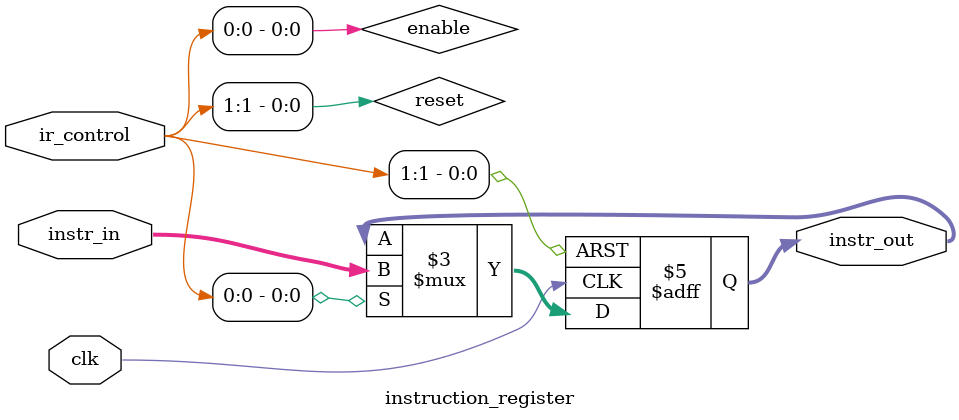
<source format=sv>

module instruction_register (
    input  logic clk, // Clock signal
    input  logic [1:0] ir_control, // Control unit signal for Instruction Register
    input  logic [31:0] instr_in, // Instruction from memory
    output logic [31:0] instr_out // Latched instruction output
);

    logic reset, enable;

    always begin
        reset = ir_control[1];
        #1 enable = ir_control[0];
    end


    always_ff @(posedge clk or posedge reset) begin
        if (reset)
            instr_out <= 32'b0;
        else if (enable)
            instr_out <= instr_in;
    end

endmodule

</source>
